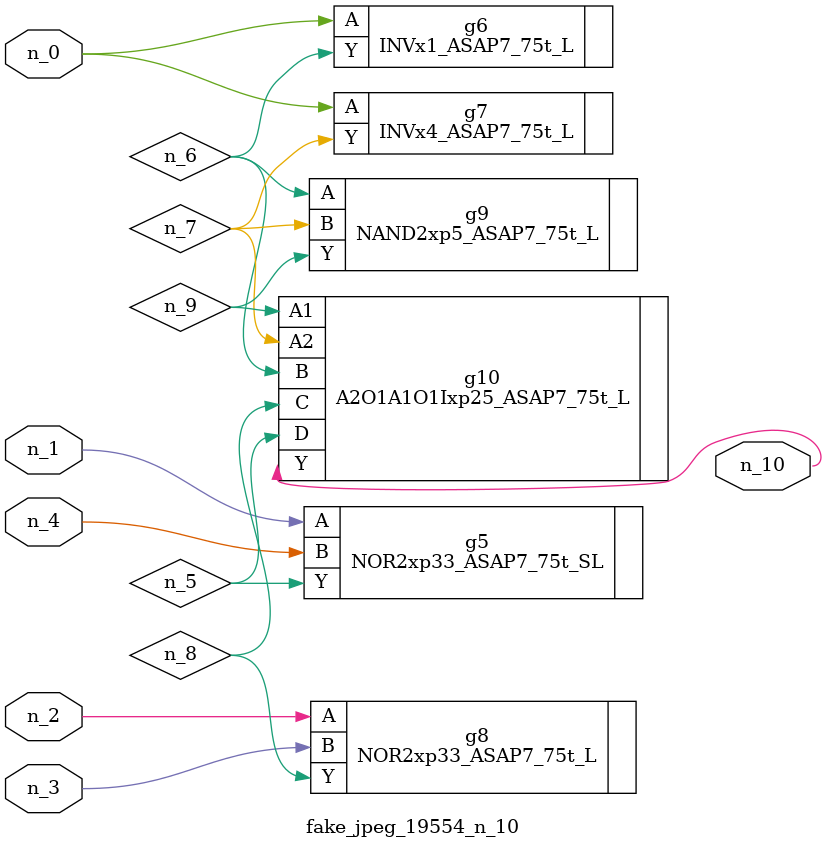
<source format=v>
module fake_jpeg_19554_n_10 (n_3, n_2, n_1, n_0, n_4, n_10);

input n_3;
input n_2;
input n_1;
input n_0;
input n_4;

output n_10;

wire n_8;
wire n_9;
wire n_6;
wire n_5;
wire n_7;

NOR2xp33_ASAP7_75t_SL g5 ( 
.A(n_1),
.B(n_4),
.Y(n_5)
);

INVx1_ASAP7_75t_L g6 ( 
.A(n_0),
.Y(n_6)
);

INVx4_ASAP7_75t_L g7 ( 
.A(n_0),
.Y(n_7)
);

NOR2xp33_ASAP7_75t_L g8 ( 
.A(n_2),
.B(n_3),
.Y(n_8)
);

NAND2xp5_ASAP7_75t_L g9 ( 
.A(n_6),
.B(n_7),
.Y(n_9)
);

A2O1A1O1Ixp25_ASAP7_75t_L g10 ( 
.A1(n_9),
.A2(n_7),
.B(n_6),
.C(n_8),
.D(n_5),
.Y(n_10)
);


endmodule
</source>
